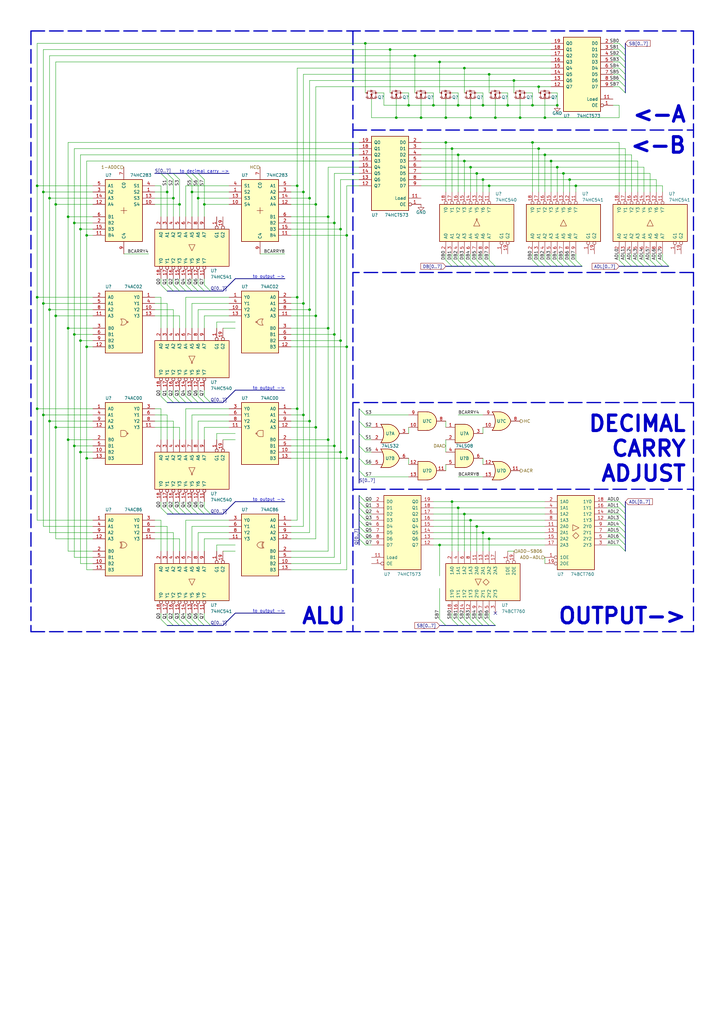
<source format=kicad_sch>
(kicad_sch (version 20211123) (generator eeschema)
  (paper "A3" portrait)
  (junction (at 35.56 96.52))
  (junction (at 142.24 187.96))
  (junction (at 15.24 167.64))
  (junction (at 200.66 220.98))
  (junction (at 236.22 76.2))
  (junction (at 193.04 213.36))
  (junction (at 17.78 170.18))
  (junction (at 220.98 60.96))
  (junction (at 185.42 205.74))
  (junction (at 170.18 22.86))
  (junction (at 27.94 180.34))
  (junction (at 162.56 48.26))
  (junction (at 137.16 182.88))
  (junction (at 218.44 43.18))
  (junction (at 15.24 121.92))
  (junction (at 15.24 76.2))
  (junction (at 208.28 43.18))
  (junction (at 139.7 93.98))
  (junction (at 226.06 66.04))
  (junction (at 172.72 48.26))
  (junction (at 134.62 134.62))
  (junction (at 203.2 48.26))
  (junction (at 177.8 43.18))
  (junction (at 27.94 88.9))
  (junction (at 30.48 182.88))
  (junction (at 134.62 180.34))
  (junction (at 180.34 223.52))
  (junction (at 198.12 43.18))
  (junction (at 129.54 129.54))
  (junction (at 220.98 35.56))
  (junction (at 121.92 167.64))
  (junction (at 223.52 48.26))
  (junction (at 182.88 58.42))
  (junction (at 129.54 83.82))
  (junction (at 198.12 73.66))
  (junction (at 124.46 170.18))
  (junction (at 30.48 91.44))
  (junction (at 139.7 139.7))
  (junction (at 20.32 127))
  (junction (at 193.04 68.58))
  (junction (at 134.62 88.9))
  (junction (at 193.04 48.26))
  (junction (at 78.74 78.74))
  (junction (at 187.96 208.28))
  (junction (at 17.78 78.74))
  (junction (at 198.12 218.44))
  (junction (at 190.5 27.94))
  (junction (at 33.02 139.7))
  (junction (at 81.28 81.28))
  (junction (at 185.42 60.96))
  (junction (at 33.02 93.98))
  (junction (at 167.64 43.18))
  (junction (at 33.02 185.42))
  (junction (at 137.16 137.16))
  (junction (at 160.02 20.32))
  (junction (at 187.96 63.5))
  (junction (at 139.7 185.42))
  (junction (at 180.34 25.4))
  (junction (at 210.82 33.02))
  (junction (at 142.24 142.24))
  (junction (at 213.36 48.26))
  (junction (at 27.94 134.62))
  (junction (at 35.56 142.24))
  (junction (at 22.86 175.26))
  (junction (at 20.32 81.28))
  (junction (at 17.78 124.46))
  (junction (at 182.88 48.26))
  (junction (at 195.58 71.12))
  (junction (at 121.92 121.92))
  (junction (at 190.5 210.82))
  (junction (at 35.56 187.96))
  (junction (at 187.96 43.18))
  (junction (at 142.24 96.52))
  (junction (at 127 172.72))
  (junction (at 231.14 71.12))
  (junction (at 127 127))
  (junction (at 22.86 129.54))
  (junction (at 228.6 43.18))
  (junction (at 124.46 124.46))
  (junction (at 195.58 215.9))
  (junction (at 124.46 78.74))
  (junction (at 190.5 66.04))
  (junction (at 20.32 172.72))
  (junction (at 129.54 175.26))
  (junction (at 200.66 30.48))
  (junction (at 71.12 81.28))
  (junction (at 233.68 73.66))
  (junction (at 200.66 76.2))
  (junction (at 68.58 78.74))
  (junction (at 149.86 17.78))
  (junction (at 127 81.28))
  (junction (at 73.66 83.82))
  (junction (at 83.82 83.82))
  (junction (at 137.16 91.44))
  (junction (at 30.48 137.16))
  (junction (at 22.86 83.82))
  (junction (at 223.52 63.5))
  (junction (at 218.44 58.42))
  (junction (at 121.92 76.2))
  (junction (at 228.6 68.58))
  (no_connect (at 203.2 251.46))
  (bus_entry (at 71.12 116.84) (size 2.54 2.54))
  (bus_entry (at 236.22 109.22) (size -2.54 -2.54))
  (bus_entry (at 195.58 256.54) (size -2.54 -2.54))
  (bus_entry (at 71.12 162.56) (size 2.54 2.54))
  (bus_entry (at 254 20.32) (size 2.54 2.54))
  (bus_entry (at 226.06 109.22) (size -2.54 -2.54))
  (bus_entry (at 274.32 109.22) (size -2.54 -2.54))
  (bus_entry (at 83.82 208.28) (size 2.54 2.54))
  (bus_entry (at 147.32 172.72) (size 2.54 2.54))
  (bus_entry (at 147.32 177.8) (size 2.54 2.54))
  (bus_entry (at 198.12 109.22) (size -2.54 -2.54))
  (bus_entry (at 223.52 109.22) (size -2.54 -2.54))
  (bus_entry (at 81.28 254) (size 2.54 2.54))
  (bus_entry (at 195.58 109.22) (size -2.54 -2.54))
  (bus_entry (at 71.12 254) (size 2.54 2.54))
  (bus_entry (at 193.04 109.22) (size -2.54 -2.54))
  (bus_entry (at 233.68 109.22) (size -2.54 -2.54))
  (bus_entry (at 254 218.44) (size 2.54 2.54))
  (bus_entry (at 149.86 208.28) (size -2.54 -2.54))
  (bus_entry (at 73.66 162.56) (size 2.54 2.54))
  (bus_entry (at 254 213.36) (size 2.54 2.54))
  (bus_entry (at 264.16 109.22) (size -2.54 -2.54))
  (bus_entry (at 149.86 213.36) (size -2.54 -2.54))
  (bus_entry (at 220.98 109.22) (size -2.54 -2.54))
  (bus_entry (at 254 215.9) (size 2.54 2.54))
  (bus_entry (at 271.78 109.22) (size -2.54 -2.54))
  (bus_entry (at 76.2 116.84) (size 2.54 2.54))
  (bus_entry (at 66.04 116.84) (size 2.54 2.54))
  (bus_entry (at 149.86 205.74) (size -2.54 -2.54))
  (bus_entry (at 261.62 109.22) (size -2.54 -2.54))
  (bus_entry (at 187.96 256.54) (size -2.54 -2.54))
  (bus_entry (at 147.32 167.64) (size 2.54 2.54))
  (bus_entry (at 254 33.02) (size 2.54 2.54))
  (bus_entry (at 73.66 208.28) (size 2.54 2.54))
  (bus_entry (at 78.74 208.28) (size 2.54 2.54))
  (bus_entry (at 71.12 208.28) (size 2.54 2.54))
  (bus_entry (at 68.58 162.56) (size 2.54 2.54))
  (bus_entry (at 76.2 162.56) (size 2.54 2.54))
  (bus_entry (at 78.74 254) (size 2.54 2.54))
  (bus_entry (at 266.7 109.22) (size -2.54 -2.54))
  (bus_entry (at 147.32 187.96) (size 2.54 2.54))
  (bus_entry (at 83.82 116.84) (size 2.54 2.54))
  (bus_entry (at 149.86 220.98) (size -2.54 -2.54))
  (bus_entry (at 254 220.98) (size 2.54 2.54))
  (bus_entry (at 66.04 162.56) (size 2.54 2.54))
  (bus_entry (at 203.2 109.22) (size -2.54 -2.54))
  (bus_entry (at 259.08 109.22) (size -2.54 -2.54))
  (bus_entry (at 73.66 116.84) (size 2.54 2.54))
  (bus_entry (at 149.86 218.44) (size -2.54 -2.54))
  (bus_entry (at 254 210.82) (size 2.54 2.54))
  (bus_entry (at 66.04 254) (size 2.54 2.54))
  (bus_entry (at 73.66 254) (size 2.54 2.54))
  (bus_entry (at 185.42 109.22) (size -2.54 -2.54))
  (bus_entry (at 254 25.4) (size 2.54 2.54))
  (bus_entry (at 81.28 162.56) (size 2.54 2.54))
  (bus_entry (at 256.54 109.22) (size -2.54 -2.54))
  (bus_entry (at 68.58 208.28) (size 2.54 2.54))
  (bus_entry (at 68.58 254) (size 2.54 2.54))
  (bus_entry (at 76.2 254) (size 2.54 2.54))
  (bus_entry (at 187.96 109.22) (size -2.54 -2.54))
  (bus_entry (at 78.74 162.56) (size 2.54 2.54))
  (bus_entry (at 149.86 210.82) (size -2.54 -2.54))
  (bus_entry (at 71.12 71.12) (size 2.54 2.54))
  (bus_entry (at 66.04 208.28) (size 2.54 2.54))
  (bus_entry (at 231.14 109.22) (size -2.54 -2.54))
  (bus_entry (at 68.58 71.12) (size 2.54 2.54))
  (bus_entry (at 76.2 208.28) (size 2.54 2.54))
  (bus_entry (at 81.28 71.12) (size 2.54 2.54))
  (bus_entry (at 83.82 162.56) (size 2.54 2.54))
  (bus_entry (at 149.86 223.52) (size -2.54 -2.54))
  (bus_entry (at 254 223.52) (size 2.54 2.54))
  (bus_entry (at 198.12 256.54) (size -2.54 -2.54))
  (bus_entry (at 190.5 256.54) (size -2.54 -2.54))
  (bus_entry (at 193.04 256.54) (size -2.54 -2.54))
  (bus_entry (at 78.74 116.84) (size 2.54 2.54))
  (bus_entry (at 200.66 254) (size 2.54 2.54))
  (bus_entry (at 190.5 109.22) (size -2.54 -2.54))
  (bus_entry (at 81.28 208.28) (size 2.54 2.54))
  (bus_entry (at 254 35.56) (size 2.54 2.54))
  (bus_entry (at 147.32 193.04) (size 2.54 2.54))
  (bus_entry (at 254 208.28) (size 2.54 2.54))
  (bus_entry (at 76.2 71.12) (size 2.54 2.54))
  (bus_entry (at 200.66 109.22) (size -2.54 -2.54))
  (bus_entry (at 238.76 109.22) (size -2.54 -2.54))
  (bus_entry (at 254 17.78) (size 2.54 2.54))
  (bus_entry (at 66.04 71.12) (size 2.54 2.54))
  (bus_entry (at 78.74 71.12) (size 2.54 2.54))
  (bus_entry (at 147.32 182.88) (size 2.54 2.54))
  (bus_entry (at 254 30.48) (size 2.54 2.54))
  (bus_entry (at 254 27.94) (size 2.54 2.54))
  (bus_entry (at 254 22.86) (size 2.54 2.54))
  (bus_entry (at 228.6 109.22) (size -2.54 -2.54))
  (bus_entry (at 254 205.74) (size 2.54 2.54))
  (bus_entry (at 200.66 256.54) (size -2.54 -2.54))
  (bus_entry (at 83.82 254) (size 2.54 2.54))
  (bus_entry (at 81.28 116.84) (size 2.54 2.54))
  (bus_entry (at 68.58 116.84) (size 2.54 2.54))
  (bus_entry (at 269.24 109.22) (size -2.54 -2.54))
  (bus_entry (at 180.34 254) (size 2.54 2.54))
  (bus_entry (at 149.86 215.9) (size -2.54 -2.54))
  (wire (pts (xy 149.86 210.82) (xy 152.4 210.82)))
  (wire (pts (xy 71.12 208.28) (xy 71.12 205.74)))
  (wire (pts (xy 68.58 208.28) (xy 68.58 205.74)))
  (wire (pts (xy 119.38 170.18) (xy 124.46 170.18)))
  (wire (pts (xy 251.46 22.86) (xy 254 22.86)))
  (wire (pts (xy 50.8 104.14) (xy 60.96 104.14)))
  (wire (pts (xy 142.24 76.2) (xy 147.32 76.2)))
  (wire (pts (xy 167.64 177.8) (xy 167.64 175.26)))
  (bus (pts (xy 259.08 109.22) (xy 261.62 109.22)))
  (wire (pts (xy 83.82 83.82) (xy 83.82 73.66)))
  (wire (pts (xy 33.02 93.98) (xy 38.1 93.98)))
  (wire (pts (xy 17.78 215.9) (xy 17.78 170.18)))
  (wire (pts (xy 81.28 172.72) (xy 81.28 180.34)))
  (wire (pts (xy 157.48 43.18) (xy 167.64 43.18)))
  (wire (pts (xy 27.94 88.9) (xy 38.1 88.9)))
  (wire (pts (xy 187.96 195.58) (xy 198.12 195.58)))
  (wire (pts (xy 248.92 205.74) (xy 254 205.74)))
  (bus (pts (xy 193.04 256.54) (xy 195.58 256.54)))
  (wire (pts (xy 71.12 254) (xy 71.12 251.46)))
  (wire (pts (xy 76.2 121.92) (xy 93.98 121.92)))
  (wire (pts (xy 231.14 104.14) (xy 231.14 106.68)))
  (wire (pts (xy 119.38 142.24) (xy 142.24 142.24)))
  (wire (pts (xy 187.96 38.1) (xy 185.42 38.1)))
  (wire (pts (xy 208.28 226.06) (xy 210.82 226.06)))
  (wire (pts (xy 83.82 83.82) (xy 93.98 83.82)))
  (wire (pts (xy 149.86 38.1) (xy 149.86 17.78)))
  (wire (pts (xy 38.1 124.46) (xy 17.78 124.46)))
  (wire (pts (xy 172.72 66.04) (xy 190.5 66.04)))
  (wire (pts (xy 129.54 35.56) (xy 129.54 83.82)))
  (bus (pts (xy 266.7 109.22) (xy 269.24 109.22)))
  (polyline (pts (xy 12.7 259.08) (xy 284.48 259.08)) (stroke (width 0.508)))
  (wire (pts (xy 187.96 208.28) (xy 223.52 208.28)))
  (wire (pts (xy 193.04 226.06) (xy 193.04 213.36)))
  (wire (pts (xy 182.88 180.34) (xy 182.88 185.42)))
  (wire (pts (xy 30.48 137.16) (xy 30.48 91.44)))
  (wire (pts (xy 185.42 60.96) (xy 220.98 60.96)))
  (wire (pts (xy 119.38 76.2) (xy 121.92 76.2)))
  (wire (pts (xy 200.66 226.06) (xy 200.66 220.98)))
  (bus (pts (xy 71.12 256.54) (xy 73.66 256.54)))
  (wire (pts (xy 233.68 78.74) (xy 233.68 73.66)))
  (wire (pts (xy 198.12 218.44) (xy 177.8 218.44)))
  (wire (pts (xy 193.04 68.58) (xy 193.04 78.74)))
  (wire (pts (xy 149.86 220.98) (xy 152.4 220.98)))
  (wire (pts (xy 73.66 254) (xy 73.66 251.46)))
  (wire (pts (xy 17.78 124.46) (xy 17.78 78.74)))
  (wire (pts (xy 22.86 129.54) (xy 22.86 83.82)))
  (wire (pts (xy 22.86 25.4) (xy 180.34 25.4)))
  (bus (pts (xy 256.54 218.44) (xy 256.54 220.98)))
  (wire (pts (xy 195.58 71.12) (xy 231.14 71.12)))
  (wire (pts (xy 68.58 170.18) (xy 68.58 180.34)))
  (wire (pts (xy 83.82 116.84) (xy 83.82 114.3)))
  (wire (pts (xy 162.56 48.26) (xy 172.72 48.26)))
  (wire (pts (xy 182.88 58.42) (xy 218.44 58.42)))
  (bus (pts (xy 220.98 109.22) (xy 223.52 109.22)))
  (wire (pts (xy 256.54 78.74) (xy 256.54 60.96)))
  (wire (pts (xy 78.74 170.18) (xy 93.98 170.18)))
  (wire (pts (xy 180.34 223.52) (xy 223.52 223.52)))
  (bus (pts (xy 180.34 256.54) (xy 182.88 256.54)))
  (wire (pts (xy 17.78 78.74) (xy 38.1 78.74)))
  (wire (pts (xy 254 218.44) (xy 248.92 218.44)))
  (wire (pts (xy 182.88 172.72) (xy 182.88 175.26)))
  (wire (pts (xy 160.02 20.32) (xy 226.06 20.32)))
  (wire (pts (xy 187.96 208.28) (xy 177.8 208.28)))
  (wire (pts (xy 119.38 228.6) (xy 137.16 228.6)))
  (wire (pts (xy 15.24 213.36) (xy 15.24 167.64)))
  (wire (pts (xy 38.1 233.68) (xy 35.56 233.68)))
  (wire (pts (xy 66.04 254) (xy 66.04 251.46)))
  (wire (pts (xy 195.58 215.9) (xy 223.52 215.9)))
  (bus (pts (xy 81.28 256.54) (xy 83.82 256.54)))
  (wire (pts (xy 231.14 71.12) (xy 266.7 71.12)))
  (wire (pts (xy 152.4 48.26) (xy 162.56 48.26)))
  (wire (pts (xy 38.1 142.24) (xy 35.56 142.24)))
  (wire (pts (xy 167.64 195.58) (xy 149.86 195.58)))
  (wire (pts (xy 63.5 175.26) (xy 73.66 175.26)))
  (bus (pts (xy 73.66 256.54) (xy 76.2 256.54)))
  (bus (pts (xy 264.16 109.22) (xy 266.7 109.22)))
  (wire (pts (xy 193.04 254) (xy 193.04 251.46)))
  (wire (pts (xy 129.54 129.54) (xy 129.54 83.82)))
  (wire (pts (xy 81.28 116.84) (xy 81.28 114.3)))
  (wire (pts (xy 142.24 233.68) (xy 142.24 187.96)))
  (bus (pts (xy 256.54 27.94) (xy 256.54 30.48)))
  (wire (pts (xy 261.62 104.14) (xy 261.62 106.68)))
  (wire (pts (xy 66.04 162.56) (xy 66.04 160.02)))
  (wire (pts (xy 33.02 63.5) (xy 147.32 63.5)))
  (bus (pts (xy 91.44 256.54) (xy 96.52 251.46)))
  (wire (pts (xy 73.66 208.28) (xy 73.66 205.74)))
  (bus (pts (xy 193.04 109.22) (xy 195.58 109.22)))
  (wire (pts (xy 177.8 43.18) (xy 177.8 38.1)))
  (wire (pts (xy 81.28 88.9) (xy 81.28 81.28)))
  (wire (pts (xy 119.38 185.42) (xy 139.7 185.42)))
  (wire (pts (xy 73.66 129.54) (xy 73.66 134.62)))
  (wire (pts (xy 27.94 58.42) (xy 27.94 88.9)))
  (wire (pts (xy 78.74 215.9) (xy 78.74 226.06)))
  (bus (pts (xy 86.36 165.1) (xy 91.44 165.1)))
  (wire (pts (xy 73.66 83.82) (xy 73.66 73.66)))
  (wire (pts (xy 172.72 71.12) (xy 195.58 71.12)))
  (bus (pts (xy 256.54 210.82) (xy 256.54 213.36)))
  (wire (pts (xy 63.5 213.36) (xy 66.04 213.36)))
  (wire (pts (xy 210.82 33.02) (xy 226.06 33.02)))
  (wire (pts (xy 193.04 104.14) (xy 193.04 106.68)))
  (wire (pts (xy 187.96 43.18) (xy 198.12 43.18)))
  (wire (pts (xy 38.1 137.16) (xy 30.48 137.16)))
  (wire (pts (xy 271.78 106.68) (xy 271.78 104.14)))
  (wire (pts (xy 119.38 139.7) (xy 139.7 139.7)))
  (wire (pts (xy 149.86 180.34) (xy 152.4 180.34)))
  (bus (pts (xy 226.06 109.22) (xy 228.6 109.22)))
  (wire (pts (xy 71.12 127) (xy 71.12 134.62)))
  (wire (pts (xy 119.38 182.88) (xy 137.16 182.88)))
  (wire (pts (xy 63.5 170.18) (xy 68.58 170.18)))
  (wire (pts (xy 15.24 76.2) (xy 38.1 76.2)))
  (wire (pts (xy 139.7 231.14) (xy 139.7 185.42)))
  (wire (pts (xy 220.98 60.96) (xy 256.54 60.96)))
  (polyline (pts (xy 284.48 12.7) (xy 284.48 259.08)) (stroke (width 0.508)))
  (wire (pts (xy 119.38 96.52) (xy 142.24 96.52)))
  (bus (pts (xy 198.12 109.22) (xy 200.66 109.22)))
  (wire (pts (xy 124.46 170.18) (xy 124.46 124.46)))
  (wire (pts (xy 200.66 220.98) (xy 223.52 220.98)))
  (wire (pts (xy 226.06 66.04) (xy 261.62 66.04)))
  (polyline (pts (xy 144.78 200.66) (xy 284.48 200.66)) (stroke (width 0.508)))
  (wire (pts (xy 81.28 218.44) (xy 93.98 218.44)))
  (bus (pts (xy 231.14 109.22) (xy 233.68 109.22)))
  (wire (pts (xy 223.52 48.26) (xy 254 48.26)))
  (wire (pts (xy 66.04 76.2) (xy 63.5 76.2)))
  (wire (pts (xy 220.98 60.96) (xy 220.98 78.74)))
  (wire (pts (xy 38.1 127) (xy 20.32 127)))
  (wire (pts (xy 254 213.36) (xy 248.92 213.36)))
  (wire (pts (xy 81.28 81.28) (xy 93.98 81.28)))
  (bus (pts (xy 195.58 256.54) (xy 198.12 256.54)))
  (bus (pts (xy 198.12 256.54) (xy 200.66 256.54)))
  (wire (pts (xy 182.88 104.14) (xy 182.88 106.68)))
  (wire (pts (xy 30.48 60.96) (xy 30.48 91.44)))
  (wire (pts (xy 63.5 129.54) (xy 73.66 129.54)))
  (bus (pts (xy 78.74 210.82) (xy 81.28 210.82)))
  (wire (pts (xy 149.86 17.78) (xy 226.06 17.78)))
  (wire (pts (xy 180.34 223.52) (xy 177.8 223.52)))
  (wire (pts (xy 172.72 63.5) (xy 187.96 63.5)))
  (wire (pts (xy 198.12 73.66) (xy 233.68 73.66)))
  (wire (pts (xy 190.5 66.04) (xy 226.06 66.04)))
  (wire (pts (xy 119.38 93.98) (xy 139.7 93.98)))
  (wire (pts (xy 228.6 38.1) (xy 228.6 43.18)))
  (wire (pts (xy 119.38 180.34) (xy 134.62 180.34)))
  (wire (pts (xy 182.88 48.26) (xy 172.72 48.26)))
  (wire (pts (xy 208.28 38.1) (xy 208.28 43.18)))
  (wire (pts (xy 76.2 134.62) (xy 76.2 121.92)))
  (wire (pts (xy 78.74 170.18) (xy 78.74 180.34)))
  (wire (pts (xy 88.9 223.52) (xy 88.9 226.06)))
  (wire (pts (xy 129.54 175.26) (xy 129.54 129.54)))
  (wire (pts (xy 78.74 254) (xy 78.74 251.46)))
  (wire (pts (xy 35.56 66.04) (xy 147.32 66.04)))
  (bus (pts (xy 200.66 109.22) (xy 203.2 109.22)))
  (wire (pts (xy 81.28 218.44) (xy 81.28 226.06)))
  (wire (pts (xy 20.32 81.28) (xy 38.1 81.28)))
  (bus (pts (xy 83.82 165.1) (xy 86.36 165.1)))
  (wire (pts (xy 233.68 104.14) (xy 233.68 106.68)))
  (bus (pts (xy 256.54 35.56) (xy 256.54 38.1)))
  (wire (pts (xy 154.94 38.1) (xy 157.48 38.1)))
  (bus (pts (xy 147.32 167.64) (xy 147.32 172.72)))
  (wire (pts (xy 149.86 205.74) (xy 152.4 205.74)))
  (wire (pts (xy 180.34 223.52) (xy 180.34 236.22)))
  (wire (pts (xy 213.36 48.26) (xy 223.52 48.26)))
  (wire (pts (xy 187.96 254) (xy 187.96 251.46)))
  (wire (pts (xy 190.5 210.82) (xy 190.5 226.06)))
  (wire (pts (xy 78.74 208.28) (xy 78.74 205.74)))
  (wire (pts (xy 119.38 137.16) (xy 137.16 137.16)))
  (bus (pts (xy 68.58 71.12) (xy 71.12 71.12)))
  (wire (pts (xy 63.5 121.92) (xy 66.04 121.92)))
  (wire (pts (xy 83.82 220.98) (xy 93.98 220.98)))
  (wire (pts (xy 134.62 226.06) (xy 134.62 180.34)))
  (wire (pts (xy 248.92 210.82) (xy 254 210.82)))
  (wire (pts (xy 78.74 215.9) (xy 93.98 215.9)))
  (wire (pts (xy 78.74 116.84) (xy 78.74 114.3)))
  (wire (pts (xy 81.28 81.28) (xy 81.28 73.66)))
  (wire (pts (xy 38.1 220.98) (xy 22.86 220.98)))
  (bus (pts (xy 147.32 172.72) (xy 147.32 177.8)))
  (wire (pts (xy 78.74 124.46) (xy 78.74 134.62)))
  (bus (pts (xy 182.88 256.54) (xy 187.96 256.54)))
  (wire (pts (xy 20.32 218.44) (xy 20.32 172.72)))
  (wire (pts (xy 22.86 25.4) (xy 22.86 83.82)))
  (wire (pts (xy 38.1 170.18) (xy 17.78 170.18)))
  (wire (pts (xy 68.58 162.56) (xy 68.58 160.02)))
  (bus (pts (xy 228.6 109.22) (xy 231.14 109.22)))
  (bus (pts (xy 256.54 223.52) (xy 256.54 226.06)))
  (bus (pts (xy 195.58 109.22) (xy 198.12 109.22)))
  (bus (pts (xy 147.32 177.8) (xy 147.32 182.88)))
  (wire (pts (xy 119.38 124.46) (xy 124.46 124.46)))
  (bus (pts (xy 83.82 119.38) (xy 86.36 119.38)))
  (wire (pts (xy 198.12 104.14) (xy 198.12 106.68)))
  (wire (pts (xy 63.5 167.64) (xy 66.04 167.64)))
  (wire (pts (xy 63.5 127) (xy 71.12 127)))
  (bus (pts (xy 68.58 256.54) (xy 71.12 256.54)))
  (wire (pts (xy 81.28 127) (xy 81.28 134.62)))
  (wire (pts (xy 127 218.44) (xy 119.38 218.44)))
  (wire (pts (xy 76.2 162.56) (xy 76.2 160.02)))
  (wire (pts (xy 81.28 162.56) (xy 81.28 160.02)))
  (wire (pts (xy 22.86 175.26) (xy 22.86 129.54)))
  (bus (pts (xy 190.5 109.22) (xy 193.04 109.22)))
  (bus (pts (xy 71.12 119.38) (xy 73.66 119.38)))
  (wire (pts (xy 119.38 121.92) (xy 121.92 121.92)))
  (wire (pts (xy 223.52 78.74) (xy 223.52 63.5)))
  (wire (pts (xy 203.2 48.26) (xy 203.2 40.64)))
  (wire (pts (xy 195.58 106.68) (xy 195.58 104.14)))
  (wire (pts (xy 38.1 139.7) (xy 33.02 139.7)))
  (wire (pts (xy 134.62 68.58) (xy 134.62 88.9)))
  (wire (pts (xy 254 43.18) (xy 251.46 43.18)))
  (wire (pts (xy 68.58 88.9) (xy 68.58 78.74)))
  (wire (pts (xy 185.42 205.74) (xy 223.52 205.74)))
  (wire (pts (xy 119.38 220.98) (xy 129.54 220.98)))
  (wire (pts (xy 81.28 208.28) (xy 81.28 205.74)))
  (wire (pts (xy 223.52 48.26) (xy 223.52 40.64)))
  (bus (pts (xy 147.32 213.36) (xy 147.32 215.9)))
  (wire (pts (xy 38.1 121.92) (xy 15.24 121.92)))
  (wire (pts (xy 38.1 182.88) (xy 30.48 182.88)))
  (wire (pts (xy 223.52 104.14) (xy 223.52 106.68)))
  (wire (pts (xy 223.52 63.5) (xy 259.08 63.5)))
  (bus (pts (xy 187.96 109.22) (xy 190.5 109.22)))
  (wire (pts (xy 187.96 63.5) (xy 187.96 78.74)))
  (wire (pts (xy 15.24 167.64) (xy 15.24 121.92)))
  (wire (pts (xy 251.46 27.94) (xy 254 27.94)))
  (wire (pts (xy 127 33.02) (xy 127 81.28)))
  (bus (pts (xy 66.04 71.12) (xy 68.58 71.12)))
  (wire (pts (xy 205.74 38.1) (xy 208.28 38.1)))
  (wire (pts (xy 38.1 129.54) (xy 22.86 129.54)))
  (wire (pts (xy 195.58 78.74) (xy 195.58 71.12)))
  (wire (pts (xy 160.02 20.32) (xy 160.02 38.1)))
  (wire (pts (xy 66.04 121.92) (xy 66.04 134.62)))
  (wire (pts (xy 226.06 104.14) (xy 226.06 106.68)))
  (wire (pts (xy 228.6 78.74) (xy 228.6 68.58)))
  (wire (pts (xy 27.94 180.34) (xy 27.94 134.62)))
  (wire (pts (xy 226.06 38.1) (xy 228.6 38.1)))
  (bus (pts (xy 147.32 203.2) (xy 147.32 205.74)))
  (wire (pts (xy 33.02 231.14) (xy 33.02 185.42)))
  (wire (pts (xy 185.42 251.46) (xy 185.42 254)))
  (wire (pts (xy 190.5 66.04) (xy 190.5 78.74)))
  (wire (pts (xy 83.82 175.26) (xy 93.98 175.26)))
  (wire (pts (xy 190.5 106.68) (xy 190.5 104.14)))
  (wire (pts (xy 63.5 78.74) (xy 68.58 78.74)))
  (wire (pts (xy 127 127) (xy 127 172.72)))
  (wire (pts (xy 66.04 116.84) (xy 66.04 114.3)))
  (wire (pts (xy 83.82 88.9) (xy 83.82 83.82)))
  (wire (pts (xy 68.58 116.84) (xy 68.58 114.3)))
  (bus (pts (xy 147.32 210.82) (xy 147.32 213.36)))
  (wire (pts (xy 195.58 251.46) (xy 195.58 254)))
  (wire (pts (xy 78.74 124.46) (xy 93.98 124.46)))
  (wire (pts (xy 88.9 177.8) (xy 88.9 180.34)))
  (wire (pts (xy 236.22 76.2) (xy 271.78 76.2)))
  (wire (pts (xy 76.2 180.34) (xy 76.2 167.64)))
  (wire (pts (xy 71.12 81.28) (xy 71.12 88.9)))
  (wire (pts (xy 170.18 22.86) (xy 170.18 38.1)))
  (wire (pts (xy 142.24 187.96) (xy 142.24 142.24)))
  (bus (pts (xy 78.74 71.12) (xy 81.28 71.12)))
  (wire (pts (xy 137.16 137.16) (xy 137.16 91.44)))
  (bus (pts (xy 83.82 210.82) (xy 86.36 210.82)))
  (wire (pts (xy 198.12 187.96) (xy 198.12 190.5)))
  (bus (pts (xy 254 109.22) (xy 256.54 109.22)))
  (wire (pts (xy 172.72 76.2) (xy 200.66 76.2)))
  (wire (pts (xy 157.48 38.1) (xy 157.48 43.18)))
  (wire (pts (xy 218.44 58.42) (xy 254 58.42)))
  (wire (pts (xy 180.34 25.4) (xy 180.34 38.1)))
  (wire (pts (xy 251.46 25.4) (xy 254 25.4)))
  (wire (pts (xy 15.24 17.78) (xy 149.86 17.78)))
  (bus (pts (xy 78.74 256.54) (xy 81.28 256.54)))
  (wire (pts (xy 33.02 139.7) (xy 33.02 93.98)))
  (wire (pts (xy 71.12 172.72) (xy 71.12 180.34)))
  (wire (pts (xy 78.74 73.66) (xy 78.74 78.74)))
  (wire (pts (xy 200.66 251.46) (xy 200.66 254)))
  (wire (pts (xy 119.38 215.9) (xy 124.46 215.9)))
  (wire (pts (xy 259.08 104.14) (xy 259.08 106.68)))
  (wire (pts (xy 124.46 215.9) (xy 124.46 170.18)))
  (wire (pts (xy 38.1 218.44) (xy 20.32 218.44)))
  (wire (pts (xy 35.56 96.52) (xy 38.1 96.52)))
  (bus (pts (xy 256.54 220.98) (xy 256.54 223.52)))
  (wire (pts (xy 139.7 73.66) (xy 147.32 73.66)))
  (wire (pts (xy 193.04 213.36) (xy 223.52 213.36)))
  (polyline (pts (xy 12.7 12.7) (xy 12.7 259.08)) (stroke (width 0.508)))
  (wire (pts (xy 119.38 129.54) (xy 129.54 129.54)))
  (wire (pts (xy 63.5 83.82) (xy 73.66 83.82)))
  (wire (pts (xy 38.1 175.26) (xy 22.86 175.26)))
  (wire (pts (xy 121.92 167.64) (xy 121.92 121.92)))
  (wire (pts (xy 15.24 17.78) (xy 15.24 76.2)))
  (bus (pts (xy 256.54 33.02) (xy 256.54 35.56)))
  (wire (pts (xy 264.16 104.14) (xy 264.16 106.68)))
  (wire (pts (xy 119.38 231.14) (xy 139.7 231.14)))
  (wire (pts (xy 198.12 78.74) (xy 198.12 73.66)))
  (wire (pts (xy 236.22 76.2) (xy 236.22 78.74)))
  (bus (pts (xy 147.32 220.98) (xy 147.32 223.52)))
  (wire (pts (xy 142.24 76.2) (xy 142.24 96.52)))
  (wire (pts (xy 162.56 48.26) (xy 162.56 40.64)))
  (wire (pts (xy 139.7 185.42) (xy 139.7 139.7)))
  (wire (pts (xy 261.62 78.74) (xy 261.62 66.04)))
  (wire (pts (xy 76.2 88.9) (xy 76.2 76.2)))
  (bus (pts (xy 71.12 71.12) (xy 76.2 71.12)))
  (bus (pts (xy 76.2 71.12) (xy 78.74 71.12)))
  (wire (pts (xy 266.7 78.74) (xy 266.7 71.12)))
  (wire (pts (xy 251.46 17.78) (xy 254 17.78)))
  (bus (pts (xy 73.66 119.38) (xy 76.2 119.38)))
  (wire (pts (xy 96.52 134.62) (xy 91.44 134.62)))
  (bus (pts (xy 71.12 210.82) (xy 73.66 210.82)))
  (wire (pts (xy 38.1 231.14) (xy 33.02 231.14)))
  (wire (pts (xy 236.22 104.14) (xy 236.22 106.68)))
  (wire (pts (xy 127 33.02) (xy 210.82 33.02)))
  (wire (pts (xy 200.66 104.14) (xy 200.66 106.68)))
  (bus (pts (xy 81.28 119.38) (xy 83.82 119.38)))
  (wire (pts (xy 182.88 193.04) (xy 182.88 190.5)))
  (wire (pts (xy 35.56 66.04) (xy 35.56 96.52)))
  (bus (pts (xy 63.5 71.12) (xy 66.04 71.12)))
  (wire (pts (xy 38.1 172.72) (xy 20.32 172.72)))
  (wire (pts (xy 167.64 43.18) (xy 167.64 38.1)))
  (wire (pts (xy 127 127) (xy 119.38 127)))
  (wire (pts (xy 193.04 48.26) (xy 193.04 40.64)))
  (wire (pts (xy 190.5 27.94) (xy 226.06 27.94)))
  (wire (pts (xy 76.2 76.2) (xy 93.98 76.2)))
  (wire (pts (xy 210.82 33.02) (xy 210.82 38.1)))
  (bus (pts (xy 76.2 165.1) (xy 78.74 165.1)))
  (wire (pts (xy 223.52 228.6) (xy 223.52 231.14)))
  (bus (pts (xy 76.2 119.38) (xy 78.74 119.38)))
  (wire (pts (xy 33.02 63.5) (xy 33.02 93.98)))
  (wire (pts (xy 119.38 226.06) (xy 134.62 226.06)))
  (wire (pts (xy 20.32 172.72) (xy 20.32 127)))
  (bus (pts (xy 200.66 256.54) (xy 203.2 256.54)))
  (wire (pts (xy 96.52 132.08) (xy 88.9 132.08)))
  (bus (pts (xy 76.2 256.54) (xy 78.74 256.54)))
  (bus (pts (xy 68.58 165.1) (xy 71.12 165.1)))
  (wire (pts (xy 17.78 20.32) (xy 17.78 78.74)))
  (wire (pts (xy 149.86 185.42) (xy 152.4 185.42)))
  (wire (pts (xy 76.2 116.84) (xy 76.2 114.3)))
  (wire (pts (xy 73.66 175.26) (xy 73.66 180.34)))
  (bus (pts (xy 185.42 109.22) (xy 187.96 109.22)))
  (bus (pts (xy 147.32 218.44) (xy 147.32 220.98)))
  (wire (pts (xy 73.66 116.84) (xy 73.66 114.3)))
  (wire (pts (xy 269.24 104.14) (xy 269.24 106.68)))
  (wire (pts (xy 198.12 43.18) (xy 198.12 38.1)))
  (wire (pts (xy 27.94 226.06) (xy 27.94 180.34)))
  (wire (pts (xy 76.2 213.36) (xy 93.98 213.36)))
  (wire (pts (xy 78.74 162.56) (xy 78.74 160.02)))
  (bus (pts (xy 96.52 114.3) (xy 116.84 114.3)))
  (bus (pts (xy 68.58 119.38) (xy 71.12 119.38)))
  (bus (pts (xy 256.54 22.86) (xy 256.54 25.4)))
  (wire (pts (xy 193.04 48.26) (xy 203.2 48.26)))
  (wire (pts (xy 88.9 132.08) (xy 88.9 134.62)))
  (wire (pts (xy 30.48 91.44) (xy 38.1 91.44)))
  (wire (pts (xy 17.78 170.18) (xy 17.78 124.46)))
  (wire (pts (xy 198.12 38.1) (xy 195.58 38.1)))
  (wire (pts (xy 119.38 213.36) (xy 121.92 213.36)))
  (wire (pts (xy 106.68 104.14) (xy 116.84 104.14)))
  (wire (pts (xy 172.72 48.26) (xy 172.72 40.64)))
  (wire (pts (xy 134.62 180.34) (xy 134.62 134.62)))
  (wire (pts (xy 233.68 73.66) (xy 269.24 73.66)))
  (wire (pts (xy 78.74 78.74) (xy 93.98 78.74)))
  (wire (pts (xy 66.04 213.36) (xy 66.04 226.06)))
  (wire (pts (xy 198.12 175.26) (xy 198.12 177.8)))
  (wire (pts (xy 172.72 68.58) (xy 193.04 68.58)))
  (wire (pts (xy 228.6 104.14) (xy 228.6 106.68)))
  (wire (pts (xy 190.5 210.82) (xy 177.8 210.82)))
  (wire (pts (xy 71.12 73.66) (xy 71.12 81.28)))
  (wire (pts (xy 81.28 127) (xy 93.98 127)))
  (wire (pts (xy 119.38 134.62) (xy 134.62 134.62)))
  (wire (pts (xy 129.54 35.56) (xy 220.98 35.56)))
  (wire (pts (xy 63.5 172.72) (xy 71.12 172.72)))
  (wire (pts (xy 259.08 78.74) (xy 259.08 63.5)))
  (polyline (pts (xy 12.7 12.7) (xy 284.48 12.7)) (stroke (width 0.508)))
  (bus (pts (xy 190.5 256.54) (xy 193.04 256.54)))
  (bus (pts (xy 91.44 119.38) (xy 96.52 114.3)))
  (bus (pts (xy 68.58 210.82) (xy 71.12 210.82)))
  (wire (pts (xy 38.1 167.64) (xy 15.24 167.64)))
  (wire (pts (xy 213.36 48.26) (xy 213.36 40.64)))
  (wire (pts (xy 38.1 185.42) (xy 33.02 185.42)))
  (wire (pts (xy 185.42 205.74) (xy 185.42 226.06)))
  (bus (pts (xy 147.32 193.04) (xy 147.32 198.12)))
  (wire (pts (xy 254 208.28) (xy 248.92 208.28)))
  (wire (pts (xy 248.92 215.9) (xy 254 215.9)))
  (wire (pts (xy 218.44 104.14) (xy 218.44 106.68)))
  (wire (pts (xy 182.88 48.26) (xy 193.04 48.26)))
  (bus (pts (xy 147.32 182.88) (xy 147.32 187.96)))
  (wire (pts (xy 251.46 20.32) (xy 254 20.32)))
  (wire (pts (xy 71.12 162.56) (xy 71.12 160.02)))
  (bus (pts (xy 86.36 210.82) (xy 91.44 210.82)))
  (bus (pts (xy 203.2 109.22) (xy 220.98 109.22)))
  (wire (pts (xy 78.74 88.9) (xy 78.74 78.74)))
  (wire (pts (xy 177.8 205.74) (xy 185.42 205.74)))
  (wire (pts (xy 137.16 228.6) (xy 137.16 182.88)))
  (wire (pts (xy 228.6 68.58) (xy 264.16 68.58)))
  (wire (pts (xy 254 104.14) (xy 254 106.68)))
  (wire (pts (xy 200.66 30.48) (xy 200.66 38.1)))
  (wire (pts (xy 200.66 78.74) (xy 200.66 76.2)))
  (wire (pts (xy 96.52 226.06) (xy 91.44 226.06)))
  (wire (pts (xy 35.56 233.68) (xy 35.56 187.96)))
  (wire (pts (xy 180.34 25.4) (xy 226.06 25.4)))
  (wire (pts (xy 256.54 104.14) (xy 256.54 106.68)))
  (wire (pts (xy 248.92 220.98) (xy 254 220.98)))
  (wire (pts (xy 121.92 213.36) (xy 121.92 167.64)))
  (wire (pts (xy 73.66 220.98) (xy 73.66 226.06)))
  (bus (pts (xy 78.74 119.38) (xy 81.28 119.38)))
  (wire (pts (xy 35.56 142.24) (xy 35.56 96.52)))
  (wire (pts (xy 139.7 73.66) (xy 139.7 93.98)))
  (wire (pts (xy 68.58 254) (xy 68.58 251.46)))
  (bus (pts (xy 81.28 210.82) (xy 83.82 210.82)))
  (bus (pts (xy 256.54 109.22) (xy 259.08 109.22)))
  (wire (pts (xy 198.12 254) (xy 198.12 251.46)))
  (wire (pts (xy 187.96 104.14) (xy 187.96 106.68)))
  (wire (pts (xy 96.52 180.34) (xy 91.44 180.34)))
  (wire (pts (xy 76.2 208.28) (xy 76.2 205.74)))
  (wire (pts (xy 200.66 30.48) (xy 226.06 30.48)))
  (bus (pts (xy 147.32 187.96) (xy 147.32 193.04)))
  (wire (pts (xy 38.1 180.34) (xy 27.94 180.34)))
  (wire (pts (xy 68.58 78.74) (xy 68.58 73.66)))
  (wire (pts (xy 30.48 182.88) (xy 30.48 137.16)))
  (bus (pts (xy 147.32 208.28) (xy 147.32 210.82)))
  (wire (pts (xy 251.46 35.56) (xy 254 35.56)))
  (wire (pts (xy 20.32 127) (xy 20.32 81.28)))
  (wire (pts (xy 119.38 233.68) (xy 142.24 233.68)))
  (wire (pts (xy 193.04 68.58) (xy 228.6 68.58)))
  (wire (pts (xy 66.04 208.28) (xy 66.04 205.74)))
  (bus (pts (xy 96.52 205.74) (xy 116.84 205.74)))
  (wire (pts (xy 187.96 43.18) (xy 187.96 38.1)))
  (wire (pts (xy 172.72 73.66) (xy 198.12 73.66)))
  (wire (pts (xy 129.54 220.98) (xy 129.54 175.26)))
  (wire (pts (xy 30.48 60.96) (xy 147.32 60.96)))
  (bus (pts (xy 81.28 165.1) (xy 83.82 165.1)))
  (wire (pts (xy 63.5 124.46) (xy 68.58 124.46)))
  (wire (pts (xy 187.96 170.18) (xy 198.12 170.18)))
  (bus (pts (xy 96.52 160.02) (xy 116.84 160.02)))
  (wire (pts (xy 119.38 78.74) (xy 124.46 78.74)))
  (wire (pts (xy 218.44 78.74) (xy 218.44 58.42)))
  (wire (pts (xy 68.58 124.46) (xy 68.58 134.62)))
  (wire (pts (xy 149.86 213.36) (xy 152.4 213.36)))
  (wire (pts (xy 182.88 40.64) (xy 182.88 48.26)))
  (wire (pts (xy 218.44 43.18) (xy 208.28 43.18)))
  (wire (pts (xy 127 172.72) (xy 119.38 172.72)))
  (wire (pts (xy 71.12 218.44) (xy 71.12 226.06)))
  (wire (pts (xy 228.6 43.18) (xy 218.44 43.18)))
  (wire (pts (xy 22.86 220.98) (xy 22.86 175.26)))
  (wire (pts (xy 134.62 134.62) (xy 134.62 88.9)))
  (wire (pts (xy 83.82 220.98) (xy 83.82 226.06)))
  (bus (pts (xy 256.54 213.36) (xy 256.54 215.9)))
  (wire (pts (xy 177.8 43.18) (xy 187.96 43.18)))
  (bus (pts (xy 73.66 210.82) (xy 76.2 210.82)))
  (wire (pts (xy 149.86 175.26) (xy 152.4 175.26)))
  (bus (pts (xy 236.22 109.22) (xy 238.76 109.22)))
  (wire (pts (xy 226.06 66.04) (xy 226.06 78.74)))
  (wire (pts (xy 149.86 223.52) (xy 152.4 223.52)))
  (wire (pts (xy 172.72 58.42) (xy 182.88 58.42)))
  (wire (pts (xy 231.14 71.12) (xy 231.14 78.74)))
  (wire (pts (xy 137.16 71.12) (xy 147.32 71.12)))
  (wire (pts (xy 15.24 121.92) (xy 15.24 76.2)))
  (wire (pts (xy 38.1 226.06) (xy 27.94 226.06)))
  (wire (pts (xy 137.16 71.12) (xy 137.16 91.44)))
  (wire (pts (xy 83.82 175.26) (xy 83.82 180.34)))
  (wire (pts (xy 142.24 142.24) (xy 142.24 96.52)))
  (wire (pts (xy 220.98 104.14) (xy 220.98 106.68)))
  (wire (pts (xy 124.46 30.48) (xy 200.66 30.48)))
  (bus (pts (xy 83.82 256.54) (xy 86.36 256.54)))
  (wire (pts (xy 187.96 226.06) (xy 187.96 208.28)))
  (wire (pts (xy 22.86 83.82) (xy 38.1 83.82)))
  (wire (pts (xy 139.7 139.7) (xy 139.7 93.98)))
  (wire (pts (xy 83.82 129.54) (xy 83.82 134.62)))
  (wire (pts (xy 124.46 124.46) (xy 124.46 78.74)))
  (bus (pts (xy 223.52 109.22) (xy 226.06 109.22)))
  (wire (pts (xy 96.52 223.52) (xy 88.9 223.52)))
  (wire (pts (xy 33.02 185.42) (xy 33.02 139.7)))
  (wire (pts (xy 167.64 43.18) (xy 177.8 43.18)))
  (wire (pts (xy 121.92 27.94) (xy 121.92 76.2)))
  (wire (pts (xy 76.2 226.06) (xy 76.2 213.36)))
  (wire (pts (xy 149.86 218.44) (xy 152.4 218.44)))
  (wire (pts (xy 134.62 68.58) (xy 147.32 68.58)))
  (wire (pts (xy 27.94 134.62) (xy 27.94 88.9)))
  (wire (pts (xy 185.42 106.68) (xy 185.42 104.14)))
  (wire (pts (xy 30.48 228.6) (xy 30.48 182.88)))
  (wire (pts (xy 81.28 172.72) (xy 93.98 172.72)))
  (wire (pts (xy 251.46 33.02) (xy 254 33.02)))
  (polyline (pts (xy 284.48 111.76) (xy 144.78 111.76)) (stroke (width 0.508)))
  (wire (pts (xy 170.18 22.86) (xy 226.06 22.86)))
  (wire (pts (xy 121.92 27.94) (xy 190.5 27.94)))
  (wire (pts (xy 208.28 43.18) (xy 198.12 43.18)))
  (wire (pts (xy 172.72 60.96) (xy 185.42 60.96)))
  (wire (pts (xy 83.82 162.56) (xy 83.82 160.02)))
  (wire (pts (xy 119.38 88.9) (xy 134.62 88.9)))
  (wire (pts (xy 63.5 220.98) (xy 73.66 220.98)))
  (bus (pts (xy 256.54 205.74) (xy 256.54 208.28)))
  (wire (pts (xy 76.2 254) (xy 76.2 251.46)))
  (bus (pts (xy 81.28 71.12) (xy 93.98 71.12)))
  (bus (pts (xy 182.88 109.22) (xy 185.42 109.22)))
  (wire (pts (xy 71.12 116.84) (xy 71.12 114.3)))
  (wire (pts (xy 266.7 104.14) (xy 266.7 106.68)))
  (bus (pts (xy 147.32 205.74) (xy 147.32 208.28)))
  (wire (pts (xy 218.44 38.1) (xy 218.44 43.18)))
  (bus (pts (xy 271.78 109.22) (xy 274.32 109.22)))
  (polyline (pts (xy 144.78 12.7) (xy 144.78 259.08)) (stroke (width 0.508)))
  (wire (pts (xy 271.78 78.74) (xy 271.78 76.2)))
  (wire (pts (xy 63.5 215.9) (xy 68.58 215.9)))
  (wire (pts (xy 35.56 187.96) (xy 35.56 142.24)))
  (wire (pts (xy 149.86 190.5) (xy 152.4 190.5)))
  (bus (pts (xy 256.54 20.32) (xy 256.54 22.86)))
  (wire (pts (xy 27.94 58.42) (xy 147.32 58.42)))
  (wire (pts (xy 38.1 134.62) (xy 27.94 134.62)))
  (polyline (pts (xy 284.48 165.1) (xy 144.78 165.1)) (stroke (width 0.508)))
  (wire (pts (xy 167.64 170.18) (xy 149.86 170.18)))
  (wire (pts (xy 149.86 208.28) (xy 152.4 208.28)))
  (wire (pts (xy 251.46 30.48) (xy 254 30.48)))
  (wire (pts (xy 167.64 38.1) (xy 165.1 38.1)))
  (wire (pts (xy 254 223.52) (xy 248.92 223.52)))
  (wire (pts (xy 66.04 88.9) (xy 66.04 76.2)))
  (wire (pts (xy 96.52 177.8) (xy 88.9 177.8)))
  (wire (pts (xy 198.12 226.06) (xy 198.12 218.44)))
  (wire (pts (xy 269.24 78.74) (xy 269.24 73.66)))
  (wire (pts (xy 81.28 254) (xy 81.28 251.46)))
  (wire (pts (xy 20.32 22.86) (xy 20.32 81.28)))
  (polyline (pts (xy 144.78 53.34) (xy 284.48 53.34)) (stroke (width 0.508)))
  (wire (pts (xy 73.66 162.56) (xy 73.66 160.02)))
  (wire (pts (xy 254 78.74) (xy 254 58.42)))
  (wire (pts (xy 38.1 215.9) (xy 17.78 215.9)))
  (wire (pts (xy 190.5 210.82) (xy 223.52 210.82)))
  (wire (pts (xy 83.82 254) (xy 83.82 251.46)))
  (wire (pts (xy 193.04 213.36) (xy 177.8 213.36)))
  (wire (pts (xy 177.8 38.1) (xy 175.26 38.1)))
  (wire (pts (xy 190.5 251.46) (xy 190.5 254)))
  (wire (pts (xy 121.92 121.92) (xy 121.92 76.2)))
  (wire (pts (xy 264.16 78.74) (xy 264.16 68.58)))
  (bus (pts (xy 91.44 165.1) (xy 96.52 160.02)))
  (wire (pts (xy 195.58 215.9) (xy 177.8 215.9)))
  (wire (pts (xy 124.46 30.48) (xy 124.46 78.74)))
  (wire (pts (xy 200.66 76.2) (xy 236.22 76.2)))
  (wire (pts (xy 83.82 208.28) (xy 83.82 205.74)))
  (wire (pts (xy 17.78 20.32) (xy 160.02 20.32)))
  (wire (pts (xy 195.58 215.9) (xy 195.58 226.06)))
  (wire (pts (xy 182.88 58.42) (xy 182.88 78.74)))
  (wire (pts (xy 254 48.26) (xy 254 43.18)))
  (wire (pts (xy 76.2 167.64) (xy 93.98 167.64)))
  (wire (pts (xy 119.38 81.28) (xy 127 81.28)))
  (wire (pts (xy 119.38 91.44) (xy 137.16 91.44)))
  (wire (pts (xy 83.82 129.54) (xy 93.98 129.54)))
  (wire (pts (xy 203.2 48.26) (xy 213.36 48.26)))
  (bus (pts (xy 91.44 210.82) (xy 96.52 205.74)))
  (bus (pts (xy 256.54 215.9) (xy 256.54 218.44)))
  (bus (pts (xy 233.68 109.22) (xy 236.22 109.22)))
  (wire (pts (xy 73.66 88.9) (xy 73.66 83.82)))
  (bus (pts (xy 86.36 256.54) (xy 91.44 256.54)))
  (wire (pts (xy 127 172.72) (xy 127 218.44)))
  (wire (pts (xy 119.38 187.96) (xy 142.24 187.96)))
  (wire (pts (xy 220.98 35.56) (xy 220.98 38.1)))
  (bus (pts (xy 261.62 109.22) (xy 264.16 109.22)))
  (wire (pts (xy 200.66 220.98) (xy 177.8 220.98)))
  (wire (pts (xy 38.1 187.96) (xy 35.56 187.96)))
  (wire (pts (xy 119.38 167.64) (xy 121.92 167.64)))
  (bus (pts (xy 256.54 17.78) (xy 256.54 20.32)))
  (bus (pts (xy 256.54 30.48) (xy 256.54 33.02)))
  (bus (pts (xy 76.2 210.82) (xy 78.74 210.82)))
  (bus (pts (xy 147.32 215.9) (xy 147.32 218.44)))
  (wire (pts (xy 190.5 27.94) (xy 190.5 38.1)))
  (bus (pts (xy 256.54 25.4) (xy 256.54 27.94)))
  (wire (pts (xy 20.32 22.86) (xy 170.18 22.86)))
  (bus (pts (xy 256.54 208.28) (xy 256.54 210.82)))
  (wire (pts (xy 167.64 187.96) (xy 167.64 190.5)))
  (wire (pts (xy 63.5 81.28) (xy 71.12 81.28)))
  (wire (pts (xy 215.9 38.1) (xy 218.44 38.1)))
  (wire (pts (xy 119.38 175.26) (xy 129.54 175.26)))
  (wire (pts (xy 187.96 63.5) (xy 223.52 63.5)))
  (wire (pts (xy 149.86 215.9) (xy 152.4 215.9)))
  (wire (pts (xy 198.12 218.44) (xy 223.52 218.44)))
  (wire (pts (xy 119.38 83.82) (xy 129.54 83.82)))
  (bus (pts (xy 71.12 165.1) (xy 73.66 165.1)))
  (bus (pts (xy 73.66 165.1) (xy 76.2 165.1)))
  (wire (pts (xy 152.4 40.64) (xy 152.4 48.26)))
  (wire (pts (xy 137.16 182.88) (xy 137.16 137.16)))
  (wire (pts (xy 180.34 254) (xy 180.34 241.3)))
  (bus (pts (xy 269.24 109.22) (xy 271.78 109.22)))
  (wire (pts (xy 63.5 218.44) (xy 71.12 218.44)))
  (wire (pts (xy 38.1 213.36) (xy 15.24 213.36)))
  (bus (pts (xy 86.36 119.38) (xy 91.44 119.38)))
  (bus (pts (xy 78.74 165.1) (xy 81.28 165.1)))
  (wire (pts (xy 127 81.28) (xy 127 127)))
  (wire (pts (xy 68.58 215.9) (xy 68.58 226.06)))
  (bus (pts (xy 96.52 251.46) (xy 116.84 251.46)))
  (wire (pts (xy 185.42 60.96) (xy 185.42 78.74)))
  (wire (pts (xy 66.04 167.64) (xy 66.04 180.34)))
  (bus (pts (xy 187.96 256.54) (xy 190.5 256.54)))
  (wire (pts (xy 220.98 35.56) (xy 226.06 35.56)))
  (wire (pts (xy 38.1 228.6) (xy 30.48 228.6)))
  (text "<-B" (at 281.94 63.5 180) (effects (font (size 6.35 6.35) (thickness 1.27) bold) (justify right bottom)))
  (text "to output ->" (at 116.84 160.02 180) (effects (font (size 1.27 1.27)) (justify right bottom)))
  (text "DECIMAL\nCARRY\nADJUST" (at 281.94 198.12 180) (effects (font (size 6.35 6.35) (thickness 1.27) bold) (justify right bottom)))
  (text "to output ->" (at 116.84 205.74 180) (effects (font (size 1.27 1.27)) (justify right bottom)))
  (text "to decimal carry ->" (at 93.98 71.12 180) (effects (font (size 1.27 1.27)) (justify right bottom)))
  (text "<-A" (at 281.94 50.8 180) (effects (font (size 6.35 6.35) (thickness 1.27) bold) (justify right bottom)))
  (text "to output ->" (at 116.84 114.3 180) (effects (font (size 1.27 1.27)) (justify right bottom)))
  (text "OUTPUT->" (at 281.94 256.54 180) (effects (font (size 6.35 6.35) (thickness 1.27) bold) (justify right bottom)))
  (text "ALU" (at 142.24 256.54 180) (effects (font (size 6.35 6.35) (thickness 1.27) bold) (justify right bottom)))
  (text "to output ->" (at 116.84 251.46 180) (effects (font (size 1.27 1.27)) (justify right bottom)))
  (label "Q6" (at 81.28 162.56 90))
  (label "ADL1" (at 254 208.28 180))
  (label "Q1" (at 149.86 208.28 0))
  (label "S1" (at 149.86 180.34 0))
  (label "SB0" (at 185.42 254 90))
  (label "SB7" (at 254 35.56 180))
  (label "SB4" (at 254 27.94 180))
  (label "SB6" (at 200.66 254 90))
  (label "SB2" (at 190.5 254 90))
  (label "BCARRY8" (at 187.96 195.58 0))
  (label "DB0" (at 218.44 106.68 90))
  (label "Q[0..7]" (at 147.32 223.52 90))
  (label "ADL4" (at 264.16 106.68 90))
  (label "DB2" (at 223.52 106.68 90))
  (label "S3" (at 149.86 170.18 0))
  (label "Q7" (at 83.82 116.84 90))
  (label "Q0" (at 66.04 254 90))
  (label "SB4" (at 195.58 254 90))
  (label "ADL7" (at 271.78 106.68 90))
  (label "ADL7" (at 254 223.52 180))
  (label "S2" (at 71.12 73.66 270))
  (label "DB3" (at 226.06 106.68 90))
  (label "Q4" (at 76.2 162.56 90))
  (label "S5" (at 78.74 73.66 270))
  (label "Q3" (at 73.66 254 90))
  (label "ADL0" (at 254 106.68 90))
  (label "ADL1" (at 256.54 106.68 90))
  (label "Q5" (at 78.74 208.28 90))
  (label "S3" (at 73.66 73.66 270))
  (label "BCARRY8" (at 116.84 104.14 180))
  (label "BCARRY4" (at 60.96 104.14 180))
  (label "SB3" (at 193.04 254 90))
  (label "SB6" (at 254 33.02 180))
  (label "SB5" (at 254 30.48 180))
  (label "Q6" (at 81.28 254 90))
  (label "DB6" (at 233.68 106.68 90))
  (label "DB7" (at 236.22 106.68 90))
  (label "DB3" (at 190.5 106.68 90))
  (label "DB5" (at 195.58 106.68 90))
  (label "DB2" (at 187.96 106.68 90))
  (label "ADL5" (at 254 218.44 180))
  (label "Q1" (at 68.58 116.84 90))
  (label "BCARRY4" (at 187.96 170.18 0))
  (label "Q[0..7]" (at 86.36 256.54 0))
  (label "Q5" (at 149.86 218.44 0))
  (label "DB1" (at 220.98 106.68 90))
  (label "ADL3" (at 261.62 106.68 90))
  (label "SB3" (at 254 25.4 180))
  (label "S[0..7]" (at 147.32 198.12 0))
  (label "Q[0..7]" (at 86.36 210.82 0))
  (label "S2" (at 149.86 175.26 0))
  (label "ADL5" (at 266.7 106.68 90))
  (label "Q1" (at 68.58 254 90))
  (label "Q3" (at 73.66 162.56 90))
  (label "SB1" (at 254 20.32 180))
  (label "SB1" (at 187.96 254 90))
  (label "SB2" (at 254 22.86 180))
  (label "DB7" (at 200.66 106.68 90))
  (label "Q6" (at 81.28 208.28 90))
  (label "Q5" (at 78.74 162.56 90))
  (label "Q3" (at 149.86 213.36 0))
  (label "DB5" (at 231.14 106.68 90))
  (label "Q2" (at 71.12 254 90))
  (label "Q3" (at 73.66 208.28 90))
  (label "S[0..7]" (at 63.5 71.12 0))
  (label "Q0" (at 66.04 208.28 90))
  (label "Q6" (at 81.28 116.84 90))
  (label "Q4" (at 76.2 254 90))
  (label "ADL3" (at 254 213.36 180))
  (label "SB7" (at 180.34 254 90))
  (label "Q4" (at 76.2 208.28 90))
  (label "DB6" (at 198.12 106.68 90))
  (label "SB5" (at 198.12 254 90))
  (label "Q0" (at 149.86 205.74 0))
  (label "Q[0..7]" (at 86.36 119.38 0))
  (label "Q4" (at 76.2 116.84 90))
  (label "Q1" (at 68.58 208.28 90))
  (label "Q4" (at 149.86 215.9 0))
  (label "Q3" (at 73.66 116.84 90))
  (label "S7" (at 83.82 73.66 270))
  (label "ADL4" (at 254 215.9 180))
  (label "ADL2" (at 259.08 106.68 90))
  (label "DB4" (at 228.6 106.68 90))
  (label "S6" (at 81.28 73.66 270))
  (label "Q1" (at 68.58 162.56 90))
  (label "Q2" (at 71.12 162.56 90))
  (label "Q7" (at 83.82 254 90))
  (label "Q2" (at 71.12 208.28 90))
  (label "S5" (at 149.86 185.42 0))
  (label "DB0" (at 182.88 106.68 90))
  (label "Q7" (at 83.82 162.56 90))
  (label "S1" (at 68.58 73.66 270))
  (label "ADL0" (at 254 205.74 180))
  (label "ADL2" (at 254 210.82 180))
  (label "Q2" (at 71.12 116.84 90))
  (label "Q5" (at 78.74 254 90))
  (label "Q2" (at 149.86 210.82 0))
  (label "Q6" (at 149.86 220.98 0))
  (label "Q0" (at 66.04 116.84 90))
  (label "Q5" (at 78.74 116.84 90))
  (label "ADL6" (at 269.24 106.68 90))
  (label "S6" (at 149.86 190.5 0))
  (label "Q[0..7]" (at 86.36 165.1 0))
  (label "Q7" (at 83.82 208.28 90))
  (label "Q0" (at 66.04 162.56 90))
  (label "SB0" (at 254 17.78 180))
  (label "S7" (at 149.86 195.58 0))
  (label "DB1" (at 185.42 106.68 90))
  (label "Q7" (at 149.86 223.52 0))
  (label "DB4" (at 193.04 106.68 90))
  (label "ADL6" (at 254 220.98 180))
  (global_label "SB[0..7]" (shape input) (at 256.54 17.78 0) (property "Intersheet References" "${INTERSHEET_REFS}" (effects hide)))
  (global_label "SB[0..7]" (shape input) (at 180.34 256.54 180) (property "Intersheet References" "${INTERSHEET_REFS}" (effects hide)))
  (global_label "DB[0..7]" (shape input) (at 182.88 109.22 180) (property "Intersheet References" "${INTERSHEET_REFS}" (effects hide)))
  (global_label "ADL[0..7]" (shape input) (at 256.54 205.74 0) (property "Intersheet References" "${INTERSHEET_REFS}" (effects hide)))
  (global_label "ADL[0..7]" (shape input) (at 254 109.22 180) (property "Intersheet References" "${INTERSHEET_REFS}" (effects hide)))
  (hierarchical_label "ADD-SB06" (shape input) (at 210.82 226.06 0))
  (hierarchical_label "HC" (shape input) (at 106.68 68.58 180))
  (hierarchical_label "ACR" (shape output) (at 213.36 193.04 0))
  (hierarchical_label "ADD-ADL" (shape input) (at 223.52 228.6 180))
  (hierarchical_label "DAA" (shape input) (at 182.88 182.88 180))
  (hierarchical_label "HC" (shape output) (at 213.36 172.72 0))
  (hierarchical_label "1-ADDC" (shape input) (at 50.8 68.58 180))
  (symbol (lib_id "6502:VN2106") (at 152.4 38.1 90) (unit 1)
    (property "Reference" "Q?" (at 154.94 40.64 90) (effects (justify right top)))
    (property "Value" "VN2106" (effects hide))
    (property "Footprint" "Package_TO_SOT_THT:TO-92_Inline" (effects hide))
    (property "Datasheet" "https://ww1.microchip.com/downloads/en/DeviceDoc/vn2106.pdf" (effects hide))
  )
  (symbol (lib_id "power:GND") (at 228.6 43.18 0) (unit 1)
    (property "Reference" "#PWR?" (effects hide))
    (property "Value" "GND" (at 228.6 45.72 0) (effects (justify top)))
  )
  (symbol (lib_id "6502:VN2106") (at 162.56 38.1 90) (unit 1)
    (property "Reference" "Q?" (at 165.1 40.64 90) (effects (justify right top)))
    (property "Value" "VN2106" (effects hide))
    (property "Footprint" "Package_TO_SOT_THT:TO-92_Inline" (effects hide))
    (property "Datasheet" "https://ww1.microchip.com/downloads/en/DeviceDoc/vn2106.pdf" (effects hide))
  )
  (symbol (lib_id "6502:VN2106") (at 172.72 38.1 90) (unit 1)
    (property "Reference" "Q?" (at 175.26 40.64 90) (effects (justify right top)))
    (property "Value" "VN2106" (effects hide))
    (property "Footprint" "Package_TO_SOT_THT:TO-92_Inline" (effects hide))
    (property "Datasheet" "https://ww1.microchip.com/downloads/en/DeviceDoc/vn2106.pdf" (effects hide))
  )
  (symbol (lib_id "6502:VN2106") (at 182.88 38.1 90) (unit 1)
    (property "Reference" "Q?" (at 185.42 40.64 90) (effects (justify right top)))
    (property "Value" "VN2106" (effects hide))
    (property "Footprint" "Package_TO_SOT_THT:TO-92_Inline" (effects hide))
    (property "Datasheet" "https://ww1.microchip.com/downloads/en/DeviceDoc/vn2106.pdf" (effects hide))
  )
  (symbol (lib_id "6502:VN2106") (at 193.04 38.1 90) (unit 1)
    (property "Reference" "Q?" (at 195.58 40.64 90) (effects (justify right top)))
    (property "Value" "VN2106" (effects hide))
    (property "Footprint" "Package_TO_SOT_THT:TO-92_Inline" (effects hide))
    (property "Datasheet" "https://ww1.microchip.com/downloads/en/DeviceDoc/vn2106.pdf" (effects hide))
  )
  (symbol (lib_id "6502:VN2106") (at 203.2 38.1 90) (unit 1)
    (property "Reference" "Q?" (at 205.74 40.64 90) (effects (justify right top)))
    (property "Value" "VN2106" (effects hide))
    (property "Footprint" "Package_TO_SOT_THT:TO-92_Inline" (effects hide))
    (property "Datasheet" "https://ww1.microchip.com/downloads/en/DeviceDoc/vn2106.pdf" (effects hide))
  )
  (symbol (lib_id "6502:VN2106") (at 213.36 38.1 90) (unit 1)
    (property "Reference" "Q?" (at 215.9 40.64 90) (effects (justify right top)))
    (property "Value" "VN2106" (effects hide))
    (property "Footprint" "Package_TO_SOT_THT:TO-92_Inline" (effects hide))
    (property "Datasheet" "https://ww1.microchip.com/downloads/en/DeviceDoc/vn2106.pdf" (effects hide))
  )
  (symbol (lib_id "6502:VN2106") (at 223.52 38.1 90) (unit 1)
    (property "Reference" "Q?" (at 226.06 40.64 90) (effects (justify right top)))
    (property "Value" "VN2106" (effects hide))
    (property "Footprint" "Package_TO_SOT_THT:TO-92_Inline" (effects hide))
    (property "Datasheet" "https://ww1.microchip.com/downloads/en/DeviceDoc/vn2106.pdf" (effects hide))
  )
  (symbol (lib_id "power:GND") (at 172.72 83.82 0) (unit 1)
    (property "Reference" "#PWR?" (effects hide))
    (property "Value" "GND" (at 172.72 86.36 0) (effects (justify top)))
  )
  (symbol (lib_id "6502:74HCT573") (at 160.02 71.12 0) (mirror y) (unit 1)
    (property "Reference" "U?" (at 152.4 88.9 0) (effects (justify right bottom)))
    (property "Value" "74HCT573" (at 167.64 88.9 0) (effects (justify left bottom)))
    (property "Datasheet" "74xx/74hc573.pdf" (effects hide))
  )
  (symbol (lib_id "6502:74HC540") (at 195.58 91.44 90) (unit 1)
    (property "Reference" "U?" (at 203.2 78.74 90) (effects (justify right bottom)))
    (property "Value" "74HC540" (at 203.2 81.28 90) (effects (justify right bottom)))
    (property "Datasheet" "http://www.ti.com/lit/gpn/sn74LS540" (effects hide))
  )
  (symbol (lib_id "6502:74HCT573") (at 238.76 30.48 0) (mirror y) (unit 1)
    (property "Reference" "U?" (at 231.14 48.26 0) (effects (justify right bottom)))
    (property "Value" "74HCT573" (at 246.38 48.26 0) (effects (justify left bottom)))
    (property "Datasheet" "74xx/74hc573.pdf" (effects hide))
  )
  (symbol (lib_id "6502:74HC541") (at 266.7 91.44 90) (unit 1)
    (property "Reference" "U?" (at 274.32 78.74 90) (effects (justify right bottom)))
    (property "Value" "74HC541" (at 274.32 81.28 90) (effects (justify right bottom)))
    (property "Datasheet" "http://www.ti.com/lit/gpn/sn74LS540" (effects hide))
  )
  (symbol (lib_id "6502:74HC541") (at 231.14 91.44 90) (unit 1)
    (property "Reference" "U?" (at 238.76 78.74 90) (effects (justify right bottom)))
    (property "Value" "74HC541" (at 238.76 81.28 90) (effects (justify right bottom)))
    (property "Datasheet" "http://www.ti.com/lit/gpn/sn74LS540" (effects hide))
  )
  (symbol (lib_id "6502:74HC283") (at 106.68 86.36 0) (mirror y) (unit 1)
    (property "Reference" "U?" (at 99.06 71.12 0) (effects (justify right top)))
    (property "Value" "74HC283" (at 109.22 71.12 0) (effects (justify right top)))
    (property "Datasheet" "http://www.ti.com/lit/gpn/sn74LS283" (effects hide))
  )
  (symbol (lib_id "6502:74HC283") (at 50.8 86.36 0) (unit 1)
    (property "Reference" "U?" (at 43.18 71.12 0) (effects (justify left top)))
    (property "Value" "74HC283" (at 53.34 71.12 0) (effects (justify left top)))
    (property "Datasheet" "http://www.ti.com/lit/gpn/sn74LS283" (effects hide))
  )
  (symbol (lib_id "6502:74HC541") (at 78.74 101.6 90) (mirror x) (unit 1)
    (property "Reference" "U?" (at 86.36 111.76 90) (effects (justify right bottom)))
    (property "Value" "74HC541" (at 86.36 114.3 90) (effects (justify right bottom)))
    (property "Datasheet" "http://www.ti.com/lit/gpn/sn74LS540" (effects hide))
  )
  (symbol (lib_id "6502:74HC540") (at 78.74 147.32 90) (mirror x) (unit 1)
    (property "Reference" "U?" (at 86.36 157.48 90) (effects (justify right bottom)))
    (property "Value" "74HC540" (at 86.36 160.02 90) (effects (justify right bottom)))
    (property "Datasheet" "http://www.ti.com/lit/gpn/sn74LS540" (effects hide))
  )
  (symbol (lib_id "6502:74HCT573") (at 165.1 218.44 0) (unit 1)
    (property "Reference" "U?" (at 157.48 236.22 0) (effects (justify left bottom)))
    (property "Value" "74HCT573" (at 172.72 236.22 0) (effects (justify right bottom)))
    (property "Datasheet" "74xx/74hc573.pdf" (effects hide))
  )
  (symbol (lib_id "6502:74BCT760") (at 236.22 218.44 0) (unit 1)
    (property "Reference" "U?" (at 228.6 236.22 0) (effects (justify left bottom)))
    (property "Value" "74BCT760" (at 243.84 236.22 0) (effects (justify right bottom)))
    (property "Datasheet" "http://www.ti.com/lit/gpn/sn74LS541" (effects hide))
  )
  (symbol (lib_id "6502:74BCT760") (at 198.12 238.76 90) (mirror x) (unit 1)
    (property "Reference" "U?" (at 205.74 248.92 90) (effects (justify right bottom)))
    (property "Value" "74BCT760" (at 205.74 251.46 90) (effects (justify right bottom)))
    (property "Datasheet" "http://www.ti.com/lit/gpn/sn74LS541" (effects hide))
  )
  (symbol (lib_id "6502:74AC02") (at 50.8 132.08 0) (unit 1)
    (property "Reference" "U?" (at 43.18 116.84 0) (effects (justify left top)))
    (property "Value" "74AC02" (at 58.42 116.84 0) (effects (justify right top)))
    (property "Datasheet" "http://www.ti.com/lit/gpn/sn74ls02" (effects hide))
  )
  (symbol (lib_id "6502:74AC02") (at 106.68 132.08 0) (mirror y) (unit 1)
    (property "Reference" "U?" (at 99.06 116.84 0) (effects (justify right top)))
    (property "Value" "74AC02" (at 114.3 116.84 0) (effects (justify left top)))
    (property "Datasheet" "http://www.ti.com/lit/gpn/sn74ls02" (effects hide))
  )
  (symbol (lib_id "6502:74HC540") (at 78.74 193.04 90) (mirror x) (unit 1)
    (property "Reference" "U?" (at 86.36 203.2 90) (effects (justify right bottom)))
    (property "Value" "74HC540" (at 86.36 205.74 90) (effects (justify right bottom)))
    (property "Datasheet" "http://www.ti.com/lit/gpn/sn74LS540" (effects hide))
  )
  (symbol (lib_id "6502:74AC00") (at 50.8 177.8 0) (unit 1)
    (property "Reference" "U?" (at 43.18 162.56 0) (effects (justify left top)))
    (property "Value" "74AC00" (at 58.42 162.56 0) (effects (justify right top)))
    (property "Datasheet" "http://www.ti.com/lit/gpn/sn74ls00" (effects hide))
  )
  (symbol (lib_id "6502:74AC00") (at 106.68 177.8 0) (mirror y) (unit 1)
    (property "Reference" "U?" (at 99.06 162.56 0) (effects (justify right top)))
    (property "Value" "74AC00" (at 114.3 162.56 0) (effects (justify left top)))
    (property "Datasheet" "http://www.ti.com/lit/gpn/sn74ls00" (effects hide))
  )
  (symbol (lib_id "6502:74AC86") (at 50.8 223.52 0) (unit 1)
    (property "Reference" "U?" (at 43.18 208.28 0) (effects (justify left top)))
    (property "Value" "74AC86" (at 58.42 208.28 0) (effects (justify right top)))
    (property "Datasheet" "74xx/74ls86.pdf" (effects hide))
  )
  (symbol (lib_id "6502:74AC86") (at 106.68 223.52 0) (mirror y) (unit 1)
    (property "Reference" "U?" (at 99.06 208.28 0) (effects (justify right top)))
    (property "Value" "74AC86" (at 114.3 208.28 0) (effects (justify left top)))
    (property "Datasheet" "74xx/74ls86.pdf" (effects hide))
  )
  (symbol (lib_id "6502:74HC541") (at 78.74 238.76 90) (mirror x) (unit 1)
    (property "Reference" "U?" (at 86.36 248.92 90) (effects (justify right bottom)))
    (property "Value" "74HC541" (at 86.36 251.46 90) (effects (justify right bottom)))
    (property "Datasheet" "http://www.ti.com/lit/gpn/sn74LS540" (effects hide))
  )
  (symbol (lib_id "74xx:74LS32") (at 160.02 187.96 0) (unit 2)
    (property "Reference" "U?" (at 160.02 187.96 0))
    (property "Value" "74LS32" (effects hide))
    (property "Datasheet" "http://www.ti.com/lit/gpn/sn74LS32" (effects hide))
  )
  (symbol (lib_id "74xx:74LS32") (at 205.74 193.04 0) (unit 4)
    (property "Reference" "U?" (at 205.74 193.04 0))
    (property "Value" "74LS32" (effects hide))
    (property "Datasheet" "http://www.ti.com/lit/gpn/sn74LS32" (effects hide))
  )
  (symbol (lib_id "74xx:74LS32") (at 160.02 177.8 0) (unit 1)
    (property "Reference" "U?" (at 160.02 177.8 0))
    (property "Value" "74LS32" (at 160.02 182.88 0))
    (property "Datasheet" "http://www.ti.com/lit/gpn/sn74LS32" (effects hide))
  )
  (symbol (lib_id "74xx:74LS32") (at 205.74 172.72 0) (unit 3)
    (property "Reference" "U?" (at 205.74 172.72 0))
    (property "Value" "74LS32" (effects hide))
    (property "Datasheet" "http://www.ti.com/lit/gpn/sn74LS32" (effects hide))
  )
  (symbol (lib_id "74xx:74LS08") (at 175.26 193.04 0) (unit 4)
    (property "Reference" "U?" (at 175.26 193.04 0))
    (property "Value" "74LS08" (effects hide))
    (property "Datasheet" "http://www.ti.com/lit/gpn/sn74LS08" (effects hide))
  )
  (symbol (lib_id "74xx:74LS08") (at 190.5 187.96 0) (unit 2)
    (property "Reference" "U?" (at 190.5 187.96 0))
    (property "Value" "74LS08" (effects hide))
    (property "Datasheet" "http://www.ti.com/lit/gpn/sn74LS08" (effects hide))
  )
  (symbol (lib_id "74xx:74LS08") (at 175.26 172.72 0) (unit 3)
    (property "Reference" "U?" (at 175.26 172.72 0))
    (property "Value" "74LS08" (effects hide))
    (property "Datasheet" "http://www.ti.com/lit/gpn/sn74LS08" (effects hide))
  )
  (symbol (lib_id "74xx:74LS08") (at 190.5 177.8 0) (unit 1)
    (property "Reference" "U?" (at 190.5 177.8 0))
    (property "Value" "74LS08" (at 190.5 182.88 0))
    (property "Datasheet" "http://www.ti.com/lit/gpn/sn74LS08" (effects hide))
  )
)
</source>
